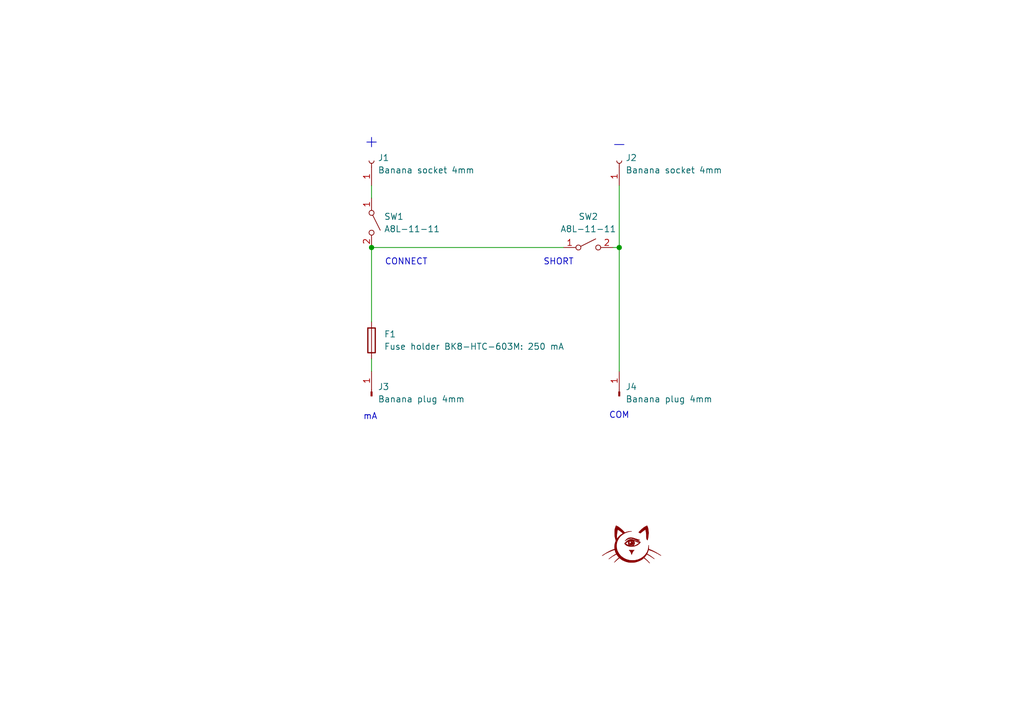
<source format=kicad_sch>
(kicad_sch (version 20231120) (generator "eeschema") (generator_version "8.0")
  (paper "A5")
  (title_block (title "Multimeter module") (date "2025-01-21") (rev "1.0") (company "Yuri Volkov"))
  (lib_symbols
    (symbol "Connector:Conn_01x01_Pin" (pin_names (offset 1.016) hide)
      (property "Reference" "J" (at 0 2.54 0))
      (property "Value" "Conn_01x01_Pin" (at 0 -2.54 0))
      (symbol "Conn_01x01_Pin_1_1"
        (polyline (pts (xy 1.27 0) (xy 0.8636 0)) (stroke (width 0.1524)))
        (rectangle (start 0.8636 0.127) (end 0 -0.127) (stroke (width 0.1524)) (fill (type outline)))
        (pin passive line (at 5.08 0 180) (length 3.81) (name "Pin_1") (number "1"))
      )
    )
    (symbol "Connector:Conn_01x01_Socket" (pin_names (offset 1.016) hide)
      (property "Reference" "J" (at 0 2.54 0))
      (property "Value" "Conn_01x01_Socket" (at 0 -2.54 0))
      (symbol "Conn_01x01_Socket_1_1"
        (polyline (pts (xy -1.27 0) (xy -0.508 0)) (stroke (width 0.1524)))
        (arc (start 0 0.508) (mid -0.5058 0) (end 0 -0.508) (stroke (width 0.1524)))
        (pin passive line (at -5.08 0 0) (length 3.81) (name "Pin_1") (number "1"))
      )
    )
    (symbol "Device:Fuse" (pin_numbers hide) (pin_names (offset 0))
      (property "Reference" "F" (at 2.032 0 90))
      (property "Value" "Fuse" (at -1.905 0 90))
      (symbol "Fuse_0_1"
        (rectangle (start -0.762 -2.54) (end 0.762 2.54) (stroke (width 0.254)))
        (polyline (pts (xy 0 2.54) (xy 0 -2.54)))
      )
      (symbol "Fuse_1_1"
        (pin passive line (at 0 3.81 270) (length 1.27) (name "~") (number "1"))
        (pin passive line (at 0 -3.81 90) (length 1.27) (name "~") (number "2"))
      )
    )
    (symbol "Switch:SW_SPST" (pin_names (offset 0) hide)
      (property "Reference" "SW" (at 0 3.175 0))
      (property "Value" "SW_SPST" (at 0 -2.54 0))
      (symbol "SW_SPST_0_0"
        (circle (center -2.032 0) (radius 0.508))
        (polyline (pts (xy -1.524 0.254) (xy 1.524 1.778)))
        (circle (center 2.032 0) (radius 0.508))
      )
      (symbol "SW_SPST_1_1"
        (pin passive line (at -5.08 0 0) (length 2.54) (name "A") (number "1"))
        (pin passive line (at 5.08 0 180) (length 2.54) (name "B") (number "2"))
      )
    )
    (symbol "project:stamp" (pin_names (offset 1.016))
      (symbol "stamp_0_0"
        (polyline (pts (xy 0.0254 -2.032) (xy 0.0254 -1.9812) (xy 0.0508 -1.9558) (xy 0.0762 -1.8542) (xy 0.1016 -1.778) (xy 0.1524 -1.6764) (xy 0.1778 -1.6002) (xy 0.2286 -1.5494) (xy 0.2794 -1.4224) (xy 0.3556 -1.3208) (xy 0.5334 -1.143) (xy -0.508 -1.143) (xy -0.508 -1.1684) (xy -0.2794 -1.397) (xy -0.2032 -1.524) (xy -0.1524 -1.651) (xy -0.0762 -1.8034) (xy -0.0254 -1.9812) (xy -0.0254 -2.0066) (xy 0 -2.0574) (xy 0.0254 -2.032)) (stroke (width 0.0254)) (fill (type outline)))
        (polyline (pts (xy 0.1016 -0.1016) (xy 0.1778 -0.0762) (xy 0.2794 0.0762) (xy 0.3048 0.1016) (xy 0.3048 0.127) (xy 0.3302 0.1524) (xy 0.3302 0.3302) (xy 0.3048 0.381) (xy 0.3048 0.4064) (xy 0.2794 0.4318) (xy 0.2794 0.4826) (xy 0.1778 0.5842) (xy 0.0762 0.635) (xy 0.0508 0.6604) (xy -0.1524 0.6604) (xy -0.1778 0.635) (xy -0.2032 0.635) (xy -0.254 0.6096) (xy -0.254 0.5842) (xy -0.2032 0.5842) (xy -0.127 0.508) (xy -0.1016 0.4572) (xy -0.1016 0.381) (xy -0.127 0.3556) (xy -0.1524 0.3048) (xy -0.2032 0.254) (xy -0.3048 0.254) (xy -0.3556 0.2794) (xy -0.4064 0.3302) (xy -0.4064 0.3556) (xy -0.4318 0.3556) (xy -0.4318 0.2286) (xy -0.4064 0.1778) (xy -0.4064 0.0762) (xy -0.3556 0.0254) (xy -0.3048 -0.0508) (xy -0.2286 -0.1016) (xy -0.1524 -0.127) (xy 0.0508 -0.127) (xy 0.1016 -0.1016)) (stroke (width 0.0254)) (fill (type outline)))
        (polyline (pts (xy -1.2954 0.762) (xy -1.1684 0.8636) (xy -1.0668 0.9398) (xy -0.9652 0.9906) (xy -0.8636 1.0668) (xy -0.7874 1.0922) (xy -0.7112 1.143) (xy -0.5588 1.1938) (xy -0.4572 1.1938) (xy -0.4572 1.2192) (xy -0.3302 1.2192) (xy -0.2032 1.2446) (xy -0.0508 1.2446) (xy 0.0762 1.2192) (xy 0.2286 1.1938) (xy 0.381 1.143) (xy 0.5334 1.0668) (xy 0.7112 0.9906) (xy 0.9144 0.9144) (xy 0.9398 0.889) (xy 1.143 0.7874) (xy 1.4478 0.6858) (xy 1.6256 0.6858) (xy 1.6002 0.7112) (xy 1.5494 0.7366) (xy 1.4986 0.7366) (xy 1.4732 0.762) (xy 1.3716 0.7874) (xy 1.2954 0.8382) (xy 1.2446 0.8636) (xy 1.1684 0.889) (xy 1.1176 0.9398) (xy 1.1684 0.9398) (xy 1.1938 0.9144) (xy 1.524 0.9144) (xy 1.5748 0.9398) (xy 1.6256 0.9398) (xy 1.651 0.9652) (xy 1.6002 0.9652) (xy 1.5748 0.9906) (xy 1.4732 0.9906) (xy 1.3462 1.0414) (xy 1.2192 1.0668) (xy 1.0668 1.1176) (xy 0.7112 1.2192) (xy 0.6858 1.2446) (xy 0.5334 1.2954) (xy 0.4064 1.3208) (xy 0.2794 1.3716) (xy 0.1778 1.397) (xy 0.0762 1.397) (xy 0 1.4224) (xy -0.3302 1.4224) (xy -0.635 1.3462) (xy -0.7874 1.27) (xy -0.9398 1.1684) (xy -1.0668 1.0668) (xy -1.3208 0.762) (xy -1.3462 0.7366) (xy -1.2954 0.762)) (stroke (width 0.0254)) (fill (type outline)))
        (polyline (pts (xy 3.2512 0.9398) (xy 3.2766 0.9906) (xy 3.2766 1.0668) (xy 3.3274 1.2192) (xy 3.3528 1.27) (xy 3.3782 1.4986) (xy 3.429 1.8034) (xy 3.4544 2.1082) (xy 3.4798 2.3876) (xy 3.4544 2.6924) (xy 3.429 2.9464) (xy 3.3782 3.2258) (xy 3.3274 3.4798) (xy 3.2258 3.7084) (xy 3.2258 3.7338) (xy 3.175 3.8354) (xy 3.175 3.8608) (xy 3.1242 3.8608) (xy 3.0988 3.8354) (xy 3.048 3.81) (xy 2.9718 3.7846) (xy 2.921 3.7592) (xy 2.8448 3.7084) (xy 2.7686 3.683) (xy 2.667 3.6068) (xy 2.4638 3.4798) (xy 2.286 3.3274) (xy 2.0828 3.175) (xy 1.7018 2.794) (xy 1.651 2.7178) (xy 1.5748 2.667) (xy 1.524 2.5908) (xy 1.4986 2.5654) (xy 1.4732 2.5146) (xy 1.4478 2.4892) (xy 1.4732 2.4892) (xy 1.4986 2.4638) (xy 1.5494 2.4384) (xy 1.6002 2.4384) (xy 1.651 2.3876) (xy 1.8034 2.3368) (xy 1.905 2.413) (xy 2.0066 2.5146) (xy 2.0828 2.5654) (xy 2.1844 2.6416) (xy 2.2606 2.7178) (xy 2.3622 2.794) (xy 2.4384 2.8448) (xy 2.54 2.8956) (xy 2.6162 2.9718) (xy 2.6924 2.9972) (xy 2.7432 3.048) (xy 2.794 3.0734) (xy 2.8194 3.0988) (xy 2.8448 3.0988) (xy 2.8448 3.0734) (xy 2.8702 3.0226) (xy 2.8702 2.9464) (xy 2.8956 2.8956) (xy 2.8956 2.8194) (xy 2.921 2.7178) (xy 2.9464 2.6416) (xy 2.9464 2.5654) (xy 2.9718 2.4892) (xy 2.9718 2.3876) (xy 2.9972 2.286) (xy 2.9972 2.1844) (xy 3.0226 2.0828) (xy 3.0226 1.5748) (xy 3.048 1.2192) (xy 3.0734 1.143) (xy 3.0988 1.0922) (xy 3.1496 1.0414) (xy 3.175 0.9906) (xy 3.175 0.9652) (xy 3.2258 0.9144) (xy 3.2512 0.9398)) (stroke (width 0.0254)) (fill (type outline)))
        (polyline (pts (xy 0.3556 -0.381) (xy 0.6096 -0.3302) (xy 0.8382 -0.254) (xy 1.0414 -0.1778) (xy 1.143 -0.127) (xy 1.2954 -0.0254) (xy 1.4224 0.0762) (xy 1.5748 0.1778) (xy 1.5748 0.2032) (xy 1.7272 0.3556) (xy 1.7526 0.4064) (xy 1.8034 0.4572) (xy 1.8034 0.508) (xy 1.7526 0.508) (xy 1.7018 0.5334) (xy 1.6002 0.5334) (xy 1.4732 0.5588) (xy 1.3716 0.5842) (xy 1.2446 0.6096) (xy 1.143 0.6604) (xy 1.016 0.7112) (xy 0.8636 0.762) (xy 0.7366 0.8128) (xy 0.5588 0.889) (xy 0.4826 0.9144) (xy 0.381 0.9652) (xy 0.2286 1.016) (xy 0.1778 1.0414) (xy 0.1016 1.0414) (xy 0.0508 1.0668) (xy -0.2286 1.0668) (xy -0.3556 1.0414) (xy -0.4826 0.9906) (xy -0.635 0.9398) (xy -0.9398 0.7366) (xy -1.1684 0.508) (xy -1.2446 0.4572) (xy -1.4224 0.2794) (xy -1.4478 0.2286) (xy -1.2446 0.2286) (xy -1.1938 0.2794) (xy -1.143 0.3048) (xy -1.0922 0.3556) (xy -1.0414 0.381) (xy -1.016 0.4318) (xy -0.9652 0.4572) (xy -0.9398 0.4826) (xy -0.889 0.508) (xy -0.7874 0.6096) (xy -0.7366 0.635) (xy -0.635 0.7366) (xy -0.5588 0.762) (xy -0.6096 0.6858) (xy -0.6858 0.5334) (xy -0.6858 0.4572) (xy -0.7112 0.4064) (xy -0.7112 0.2032) (xy -0.6858 0.1524) (xy -0.6858 0.127) (xy -0.5334 0.127) (xy -0.5334 0.3302) (xy -0.508 0.4572) (xy -0.4064 0.6096) (xy -0.3302 0.6858) (xy -0.2286 0.7366) (xy -0.127 0.762) (xy 0.0508 0.762) (xy 0.1524 0.7112) (xy 0.1778 0.7112) (xy 0.2286 0.6858) (xy 0.3302 0.5842) (xy 0.4064 0.4318) (xy 0.4318 0.3302) (xy 0.4318 0.2286) (xy 0.381 0.0254) (xy 0.3302 -0.0762) (xy 0.254 -0.127) (xy 0.1524 -0.2032) (xy 0.0508 -0.2286) (xy 0.0254 -0.254) (xy -0.0762 -0.254) (xy -0.2794 -0.2032) (xy -0.4318 -0.0508) (xy -0.4826 0.0254) (xy -0.5334 0.127) (xy -0.6858 0.127) (xy -0.6858 0.0762) (xy -0.5334 -0.1524) (xy -0.508 -0.1778) (xy -0.5334 -0.1778) (xy -0.5842 -0.1524) (xy -0.6604 -0.127) (xy -0.7112 -0.1016) (xy -0.7874 -0.0762) (xy -0.8636 -0.0254) (xy -1.016 0.0508) (xy -1.0668 0.1016) (xy -1.1176 0.127) (xy -1.1684 0.1778) (xy -1.2192 0.2032) (xy -1.2446 0.2286) (xy -1.4478 0.2286) (xy -1.4478 0.2032) (xy -1.4224 0.1778) (xy -1.397 0.127) (xy -1.3716 0.1016) (xy -1.3462 0.0508) (xy -1.3208 0.0254) (xy -1.0668 -0.1778) (xy -0.889 -0.254) (xy -0.8128 -0.2794) (xy 0.3048 -0.2794) (xy 0.3302 -0.254) (xy 0.381 -0.1778) (xy 0.4572 -0.127) (xy 0.508 -0.0508) (xy 0.508 -0.0254) (xy 0.5588 0.0762) (xy 0.6096 0.2032) (xy 0.6096 0.3302) (xy 0.5588 0.5842) (xy 0.508 0.6858) (xy 0.4318 0.7874) (xy 0.381 0.8382) (xy 0.381 0.8636) (xy 0.5334 0.7874) (xy 0.6096 0.762) (xy 0.7112 0.7112) (xy 0.7874 0.6604) (xy 0.8382 0.6604) (xy 0.9144 0.6096) (xy 0.9906 0.5842) (xy 1.0922 0.5334) (xy 1.1176 0.5334) (xy 1.2192 0.4826) (xy 1.2446 0.4826) (xy 1.397 0.4318) (xy 1.4732 0.4318) (xy 1.6002 0.4064) (xy 1.4986 0.3048) (xy 1.3462 0.1778) (xy 0.9906 -0.0762) (xy 0.7874 -0.1524) (xy 0.6096 -0.2286) (xy 0.4318 -0.2794) (xy 0.3048 -0.2794) (xy -0.8128 -0.2794) (xy -0.7366 -0.3048) (xy -0.5588 -0.3556) (xy -0.3556 -0.4064) (xy 0.127 -0.4064) (xy 0.3556 -0.381)) (stroke (width 0.0254)) (fill (type outline)))
        (polyline (pts (xy -3.5052 -3.6068) (xy -3.3782 -3.5052) (xy -3.175 -3.302) (xy -2.7686 -2.9464) (xy -2.5908 -2.8194) (xy -2.4892 -2.7432) (xy -2.1844 -2.9972) (xy -1.9304 -3.175) (xy -1.3716 -3.429) (xy -1.0922 -3.5306) (xy -0.7874 -3.6068) (xy -0.4826 -3.6576) (xy -0.381 -3.683) (xy 0.381 -3.683) (xy 0.4826 -3.6576) (xy 0.508 -3.6576) (xy 0.8128 -3.6068) (xy 1.0922 -3.5306) (xy 1.3716 -3.429) (xy 1.6256 -3.3274) (xy 1.8796 -3.2004) (xy 2.1336 -3.048) (xy 2.3622 -2.8702) (xy 2.4892 -2.7432) (xy 2.54 -2.794) (xy 2.5654 -2.794) (xy 2.6162 -2.8448) (xy 2.6924 -2.8956) (xy 2.7432 -2.9464) (xy 2.9718 -3.0988) (xy 3.2004 -3.3274) (xy 3.2766 -3.3782) (xy 3.3528 -3.4544) (xy 3.429 -3.556) (xy 3.4798 -3.6068) (xy 3.556 -3.6576) (xy 3.6068 -3.7338) (xy 3.6576 -3.7846) (xy 3.7084 -3.81) (xy 3.6322 -3.7338) (xy 3.6322 -3.7084) (xy 3.5814 -3.6576) (xy 3.5052 -3.556) (xy 3.4036 -3.4798) (xy 3.3274 -3.3782) (xy 3.1242 -3.175) (xy 2.9972 -3.0734) (xy 2.8956 -2.9718) (xy 2.794 -2.8956) (xy 2.7178 -2.8194) (xy 2.5654 -2.6924) (xy 2.667 -2.5654) (xy 2.7178 -2.5146) (xy 2.8702 -2.3114) (xy 3.0226 -2.1336) (xy 3.0226 -2.1082) (xy 3.048 -2.0574) (xy 3.0988 -2.0066) (xy 3.1496 -2.0066) (xy 3.175 -2.032) (xy 3.2258 -2.0574) (xy 3.302 -2.0828) (xy 3.3528 -2.1082) (xy 3.429 -2.1336) (xy 3.4798 -2.1844) (xy 3.5814 -2.2352) (xy 3.6068 -2.2352) (xy 3.6576 -2.286) (xy 3.7084 -2.3114) (xy 3.7846 -2.3368) (xy 3.8608 -2.413) (xy 3.8862 -2.413) (xy 3.9116 -2.4384) (xy 3.937 -2.4384) (xy 3.937 -2.4638) (xy 4.0894 -2.54) (xy 4.1402 -2.5908) (xy 4.445 -2.794) (xy 4.4704 -2.8194) (xy 4.5466 -2.8702) (xy 4.5974 -2.921) (xy 4.6482 -2.9464) (xy 4.572 -2.8702) (xy 4.4196 -2.7432) (xy 4.2164 -2.5908) (xy 4.0386 -2.4638) (xy 3.8354 -2.3114) (xy 3.429 -2.0574) (xy 3.2258 -1.9558) (xy 3.1496 -1.905) (xy 3.2766 -1.651) (xy 3.3528 -1.4224) (xy 3.429 -1.2192) (xy 3.429 -1.1684) (xy 3.4544 -1.1176) (xy 3.4544 -1.0668) (xy 3.4798 -1.0668) (xy 3.5814 -1.1176) (xy 3.6576 -1.1176) (xy 3.7338 -1.143) (xy 3.81 -1.1938) (xy 4.0132 -1.2446) (xy 4.2672 -1.3462) (xy 4.826 -1.6002) (xy 5.1054 -1.7526) (xy 5.3848 -1.8796) (xy 5.6642 -2.0574) (xy 5.9182 -2.2098) (xy 6.0198 -2.2606) (xy 5.9944 -2.2352) (xy 5.9436 -2.2098) (xy 5.8674 -2.159) (xy 5.8166 -2.1082) (xy 5.588 -1.9558) (xy 5.4864 -1.905) (xy 4.8768 -1.5494) (xy 4.5466 -1.3716) (xy 4.2418 -1.2192) (xy 3.6322 -0.9652) (xy 3.5814 -0.9398) (xy 3.5306 -0.9398) (xy 3.5052 -0.9144) (xy 3.4798 -0.9144) (xy 3.4798 -0.8636) (xy 3.5052 -0.8128) (xy 3.5052 -0.1778) (xy 3.4798 -0.1524) (xy 3.4798 -0.3048) (xy 3.4544 -0.5842) (xy 3.3528 -1.0922) (xy 3.1496 -1.6002) (xy 2.9972 -1.8034) (xy 2.8448 -2.032) (xy 2.667 -2.2352) (xy 2.2606 -2.5908) (xy 2.032 -2.7432) (xy 1.8034 -2.8702) (xy 1.524 -2.9972) (xy 1.27 -3.0988) (xy 0.9652 -3.175) (xy 0.6858 -3.2258) (xy 0.4064 -3.2512) (xy 0.1016 -3.2512) (xy -0.508 -3.2004) (xy -0.7874 -3.1242) (xy -1.0414 -3.048) (xy -1.2954 -2.9464) (xy -1.7526 -2.6924) (xy -1.9812 -2.5146) (xy -2.1844 -2.3622) (xy -2.54 -1.9558) (xy -2.667 -1.7526) (xy -2.921 -1.2954) (xy -2.9972 -1.0414) (xy -3.0988 -0.5334) (xy -3.0988 0) (xy -2.9972 0.508) (xy -2.8956 0.762) (xy -2.8702 0.8382) (xy -2.6162 1.2954) (xy -2.4638 1.4986) (xy -2.286 1.7018) (xy -2.0828 1.8796) (xy -1.8542 2.0574) (xy -1.6256 2.2098) (xy -1.397 2.3368) (xy -1.27 2.413) (xy -1.0414 2.4892) (xy -0.8382 2.5654) (xy -0.635 2.6162) (xy -0.4064 2.667) (xy -0.1524 2.6924) (xy 0 2.7178) (xy -0.254 2.7178) (xy -0.5334 2.6924) (xy -0.7874 2.6416) (xy -1.0668 2.5654) (xy -1.3208 2.4892) (xy -1.4224 2.4384) (xy -1.4478 2.4892) (xy -1.5494 2.5908) (xy -1.7272 2.794) (xy -1.9304 2.9972) (xy -2.3368 3.3528) (xy -2.7432 3.6576) (xy -2.8194 3.683) (xy -2.8702 3.7338) (xy -2.9464 3.7592) (xy -2.9972 3.7846) (xy -3.0734 3.8354) (xy -3.1242 3.8608) (xy -3.2004 3.8608) (xy -3.2258 3.81) (xy -3.2766 3.6576) (xy -3.302 3.556) (xy -3.3782 3.3782) (xy -3.429 3.175) (xy -3.4798 2.8194) (xy -3.4798 1.9304) (xy -3.4544 1.8542) (xy -3.4544 1.7272) (xy -3.4036 1.4478) (xy -3.3274 1.1684) (xy -3.3274 1.1176) (xy -3.048 1.1176) (xy -3.048 2.0066) (xy -3.0226 2.1082) (xy -2.9718 2.6162) (xy -2.921 2.8702) (xy -2.8956 2.8956) (xy -2.8956 2.9718) (xy -2.8702 3.0226) (xy -2.8702 3.048) (xy -2.8448 3.0734) (xy -2.794 3.0734) (xy -2.7432 3.048) (xy -2.6924 2.9972) (xy -2.6416 2.9718) (xy -2.413 2.8194) (xy -2.3368 2.7432) (xy -2.286 2.7178) (xy -2.2606 2.7178) (xy -2.1844 2.6416) (xy -2.1336 2.6162) (xy -2.032 2.5146) (xy -1.9558 2.4638) (xy -1.778 2.286) (xy -1.8034 2.2606) (xy -1.8288 2.2606) (xy -1.8542 2.2352) (xy -1.9558 2.1844) (xy -2.032 2.1082) (xy -2.159 2.0574) (xy -2.2606 1.9812) (xy -2.3368 1.905) (xy -2.4638 1.8034) (xy -2.5908 1.6764) (xy -2.6924 1.5494) (xy -2.8194 1.4224) (xy -2.921 1.2954) (xy -2.9972 1.1938) (xy -3.0226 1.143) (xy -3.0226 1.1176) (xy -3.048 1.1176) (xy -3.3274 1.1176) (xy -3.2512 0.9398) (xy -3.2512 0.8382) (xy -3.2258 0.8128) (xy -3.2258 0.762) (xy -3.2512 0.7366) (xy -3.2766 0.6858) (xy -3.2766 0.635) (xy -3.3528 0.4572) (xy -3.4544 0.0508) (xy -3.4544 0.0254) (xy -3.4798 -0.0254) (xy -3.4798 -0.1524) (xy -3.5052 -0.2032) (xy -3.5052 -0.7874) (xy -3.4798 -0.8382) (xy -3.4798 -0.9144) (xy -3.6068 -0.9652) (xy -3.7592 -1.016) (xy -4.0894 -1.143) (xy -4.4196 -1.2954) (xy -5.08 -1.651) (xy -5.4102 -1.8542) (xy -5.715 -2.0574) (xy -5.7404 -2.0574) (xy -5.7912 -2.1082) (xy -5.8674 -2.159) (xy -5.9182 -2.1844) (xy -5.969 -2.2352) (xy -6.0198 -2.2606) (xy -6.0452 -2.286) (xy -6.0198 -2.286) (xy -5.9944 -2.2606) (xy -5.8928 -2.2098) (xy -5.6642 -2.0574) (xy -5.3848 -1.8796) (xy -5.1054 -1.7272) (xy -4.5466 -1.4732) (xy -4.2418 -1.3462) (xy -4.1656 -1.3208) (xy -4.0894 -1.27) (xy -3.9878 -1.2446) (xy -3.8862 -1.1938) (xy -3.81 -1.1684) (xy -3.7084 -1.143) (xy -3.556 -1.0922) (xy -3.5052 -1.0922) (xy -3.4798 -1.0668) (xy -3.4544 -1.0668) (xy -3.4544 -1.1176) (xy -3.4036 -1.2192) (xy -3.3782 -1.3716) (xy -3.302 -1.5748) (xy -3.2258 -1.7526) (xy -3.1496 -1.905) (xy -3.5052 -2.1082) (xy -3.7592 -2.2606) (xy -3.9878 -2.4384) (xy -4.2418 -2.5908) (xy -4.445 -2.7686) (xy -4.4704 -2.794) (xy -4.5466 -2.8448) (xy -4.6736 -2.9718) (xy -4.572 -2.921) (xy -4.5212 -2.8448) (xy -4.2672 -2.667) (xy -3.9878 -2.4638) (xy -3.683 -2.286) (xy -3.6322 -2.2606) (xy -3.556 -2.2098) (xy -3.4798 -2.1844) (xy -3.4036 -2.1336) (xy -3.3274 -2.1082) (xy -3.2766 -2.0574) (xy -3.2004 -2.032) (xy -3.1496 -2.0066) (xy -3.0988 -2.0066) (xy -3.0988 -2.032) (xy -3.0226 -2.1082) (xy -2.921 -2.2606) (xy -2.667 -2.5654) (xy -2.5654 -2.6924) (xy -2.667 -2.7686) (xy -2.794 -2.8702) (xy -3.0226 -3.0734) (xy -3.2512 -3.302) (xy -3.556 -3.6576) (xy -3.5052 -3.6068)) (stroke (width 0.0254)) (fill (type outline)))
      )
    )
  )
  (junction (at 76.2 50.8))
  (junction (at 127 50.8))
  (wire (pts (xy 127 38.1) (xy 127 50.8)))
  (wire (pts (xy 76.2 73.66) (xy 76.2 76.2)))
  (wire (pts (xy 76.2 50.8) (xy 76.2 66.04)))
  (wire (pts (xy 76.2 50.8) (xy 115.57 50.8)))
  (wire (pts (xy 76.2 38.1) (xy 76.2 40.64)))
  (wire (pts (xy 127 50.8) (xy 127 76.2)))
  (wire (pts (xy 125.73 50.8) (xy 127 50.8)))
  (text "+" (at 76.2 29.21 0) (effects (font (size 2.54 2.54))))
  (text "CONNECT" (at 83.312 53.848 0) (effects (font (size 1.27 1.27))))
  (text "COM" (at 127 85.344 0) (effects (font (size 1.27 1.27))))
  (text "-" (at 127 29.718 0) (effects (font (size 2.54 2.54))))
  (text "mA" (at 75.946 85.598 0) (effects (font (size 1.27 1.27))))
  (text "SHORT" (at 114.554 53.848 0) (effects (font (size 1.27 1.27))))
  (symbol (lib_id "project:stamp") (at 129.54 111.76 0) (unit 1)
    (property "Reference" "G1" (effects (hide yes)))
    (property "Value" "stamp" (effects (hide yes)))
    (property "Footprint" "project:stamp" (effects (hide yes)))
  )
  (symbol (lib_id "Connector:Conn_01x01_Socket") (at 127 33.02 90) (unit 1)
    (property "Reference" "J2" (at 128.27 32.3849 90) (effects (justify right)))
    (property "Value" "Banana socket 4mm" (at 128.27 34.9249 90) (effects (justify right)))
    (property "Description" "Generic connector, single row, 01x01, script generated" (effects (hide yes)))
  )
  (symbol (lib_id "Switch:SW_SPST") (at 120.65 50.8 0) (unit 1)
    (property "Reference" "SW2" (at 120.65 44.45 0))
    (property "Value" "A8L-11-11" (at 120.65 46.99 0))
    (property "Description" "Single Pole Single Throw (SPST) switch" (effects (hide yes)))
  )
  (symbol (lib_id "Device:Fuse") (at 76.2 69.85 180) (unit 1)
    (property "Reference" "F1" (at 78.74 68.5799 0) (effects (justify right)))
    (property "Value" "Fuse holder BK8-HTC-603M: 250 mA" (at 78.74 71.1199 0) (effects (justify right)))
    (property "Description" "Fuse" (effects (hide yes)))
  )
  (symbol (lib_id "Connector:Conn_01x01_Socket") (at 76.2 33.02 90) (unit 1)
    (property "Reference" "J1" (at 77.47 32.3849 90) (effects (justify right)))
    (property "Value" "Banana socket 4mm" (at 77.47 34.9249 90) (effects (justify right)))
    (property "Description" "Generic connector, single row, 01x01, script generated" (effects (hide yes)))
  )
  (symbol (lib_id "Connector:Conn_01x01_Pin") (at 127 81.28 90) (unit 1)
    (property "Reference" "J4" (at 128.27 79.3749 90) (effects (justify right)))
    (property "Value" "Banana plug 4mm" (at 128.27 81.9149 90) (effects (justify right)))
    (property "Description" "Generic connector, single row, 01x01, script generated" (effects (hide yes)))
  )
  (symbol (lib_id "Connector:Conn_01x01_Pin") (at 76.2 81.28 90) (unit 1)
    (property "Reference" "J3" (at 77.47 79.3749 90) (effects (justify right)))
    (property "Value" "Banana plug 4mm" (at 77.47 81.9149 90) (effects (justify right)))
    (property "Description" "Generic connector, single row, 01x01, script generated" (effects (hide yes)))
  )
  (symbol (lib_id "Switch:SW_SPST") (at 76.2 45.72 270) (unit 1)
    (property "Reference" "SW1" (at 78.74 44.4499 90) (effects (justify left)))
    (property "Value" "A8L-11-11" (at 78.74 46.9899 90) (effects (justify left)))
    (property "Description" "Single Pole Single Throw (SPST) switch" (effects (hide yes)))
  )
)
</source>
